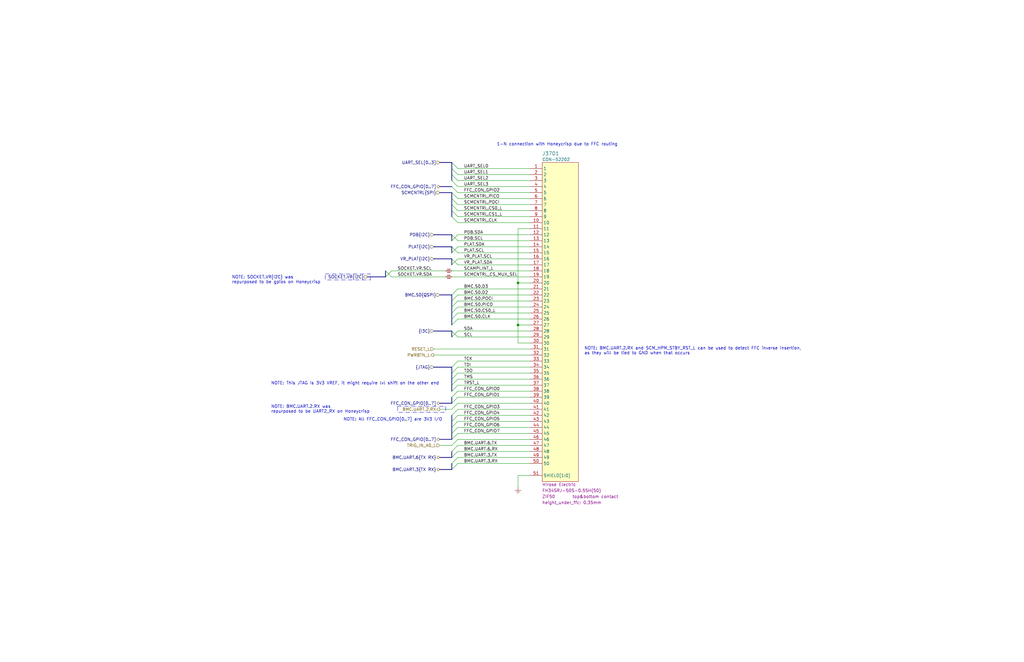
<source format=kicad_sch>
(kicad_sch (version 20231120) (generator "eeschema") (generator_version "8.0")
  (paper "B")
  (title_block (title "${PROJ}") (rev "${REV}") (company "${RPN}") (comment 1 "50P FFC Conn"))
  (lib_symbols
    (symbol "Connectors:CON-52202"
      (property "Reference" "J" (at 5.08 71.12 0))
      (property "Value" "CON-52202" (at 5.08 68.58 0))
      (property "mfr" "Hirose Electric" (at 5.08 -68.58 0))
      (property "mpn" "FH34SRJ-50S-0.5SH(50)" (at 5.08 -71.12 0))
      (property "pkg" "ZIF50" (at 5.08 -73.66 0))
      (property "contact_type" "top&bottom contact" (at 17.78 -73.66 0))
      (property "height_under_ffc" "0.35mm" (at 5.08 -76.2 0) (show_name))
      (symbol "CON-52202_1_1"
        (rectangle (start 5.08 67.31) (end 20.32 -67.31) (fill (type background)))
        (pin passive line (at 0 64.77 0) (length 5.08) (name "1") (number "1"))
        (pin passive line (at 0 41.91 0) (length 5.08) (name "10") (number "10"))
        (pin passive line (at 0 39.37 0) (length 5.08) (name "11") (number "11"))
        (pin passive line (at 0 36.83 0) (length 5.08) (name "12") (number "12"))
        (pin passive line (at 0 34.29 0) (length 5.08) (name "13") (number "13"))
        (pin passive line (at 0 31.75 0) (length 5.08) (name "14") (number "14"))
        (pin passive line (at 0 29.21 0) (length 5.08) (name "15") (number "15"))
        (pin passive line (at 0 26.67 0) (length 5.08) (name "16") (number "16"))
        (pin passive line (at 0 24.13 0) (length 5.08) (name "17") (number "17"))
        (pin passive line (at 0 21.59 0) (length 5.08) (name "18") (number "18"))
        (pin passive line (at 0 19.05 0) (length 5.08) (name "19") (number "19"))
        (pin passive line (at 0 62.23 0) (length 5.08) (name "2") (number "2"))
        (pin passive line (at 0 16.51 0) (length 5.08) (name "20") (number "20"))
        (pin passive line (at 0 13.97 0) (length 5.08) (name "21") (number "21"))
        (pin passive line (at 0 11.43 0) (length 5.08) (name "22") (number "22"))
        (pin passive line (at 0 8.89 0) (length 5.08) (name "23") (number "23"))
        (pin passive line (at 0 6.35 0) (length 5.08) (name "24") (number "24"))
        (pin passive line (at 0 3.81 0) (length 5.08) (name "25") (number "25"))
        (pin passive line (at 0 1.27 0) (length 5.08) (name "26") (number "26"))
        (pin passive line (at 0 -1.27 0) (length 5.08) (name "27") (number "27"))
        (pin passive line (at 0 -3.81 0) (length 5.08) (name "28") (number "28"))
        (pin passive line (at 0 -6.35 0) (length 5.08) (name "29") (number "29"))
        (pin passive line (at 0 59.69 0) (length 5.08) (name "3") (number "3"))
        (pin passive line (at 0 -8.89 0) (length 5.08) (name "30") (number "30"))
        (pin passive line (at 0 -11.43 0) (length 5.08) (name "31") (number "31"))
        (pin passive line (at 0 -13.97 0) (length 5.08) (name "32") (number "32"))
        (pin passive line (at 0 -16.51 0) (length 5.08) (name "33") (number "33"))
        (pin passive line (at 0 -19.05 0) (length 5.08) (name "34") (number "34"))
        (pin passive line (at 0 -21.59 0) (length 5.08) (name "35") (number "35"))
        (pin passive line (at 0 -24.13 0) (length 5.08) (name "36") (number "36"))
        (pin passive line (at 0 -26.67 0) (length 5.08) (name "37") (number "37"))
        (pin passive line (at 0 -29.21 0) (length 5.08) (name "38") (number "38"))
        (pin passive line (at 0 -31.75 0) (length 5.08) (name "39") (number "39"))
        (pin passive line (at 0 57.15 0) (length 5.08) (name "4") (number "4"))
        (pin passive line (at 0 -34.29 0) (length 5.08) (name "40") (number "40"))
        (pin passive line (at 0 -36.83 0) (length 5.08) (name "41") (number "41"))
        (pin passive line (at 0 -39.37 0) (length 5.08) (name "42") (number "42"))
        (pin passive line (at 0 -41.91 0) (length 5.08) (name "43") (number "43"))
        (pin passive line (at 0 -44.45 0) (length 5.08) (name "44") (number "44"))
        (pin passive line (at 0 -46.99 0) (length 5.08) (name "45") (number "45"))
        (pin passive line (at 0 -49.53 0) (length 5.08) (name "46") (number "46"))
        (pin passive line (at 0 -52.07 0) (length 5.08) (name "47") (number "47"))
        (pin passive line (at 0 -54.61 0) (length 5.08) (name "48") (number "48"))
        (pin passive line (at 0 -57.15 0) (length 5.08) (name "49") (number "49"))
        (pin passive line (at 0 54.61 0) (length 5.08) (name "5") (number "5"))
        (pin passive line (at 0 -59.69 0) (length 5.08) (name "50") (number "50"))
        (pin power_in line (at 0 -64.77 0) (length 5.08) (name "SHIELD[1:0]") (number "51"))
        (pin passive line (at 0 -64.77 0) (length 5.08) hide (name "SHIELD[1:0]") (number "52"))
        (pin passive line (at 0 52.07 0) (length 5.08) (name "6") (number "6"))
        (pin passive line (at 0 49.53 0) (length 5.08) (name "7") (number "7"))
        (pin passive line (at 0 46.99 0) (length 5.08) (name "8") (number "8"))
        (pin passive line (at 0 44.45 0) (length 5.08) (name "9") (number "9"))
      )
    )
    (symbol "Netlist:NET-10002" (pin_numbers hide) (pin_names (offset 0) hide) (in_bom no) (on_board no)
      (symbol "NET-10002_0_1"
        (polyline (pts (xy -1.27 0) (xy 1.27 0)) (stroke (width 0.254)))
        (polyline (pts (xy -0.635 -0.635) (xy 0.635 -0.635)) (stroke (width 0.254)))
        (polyline (pts (xy -0.635 0.635) (xy 0.635 0.635)) (stroke (width 0.254)))
      )
      (symbol "NET-10002_1_1"
        (pin passive line (at -1.27 0 0) (length 0) (name "1") (number "1"))
        (pin passive line (at 1.27 0 180) (length 0) (name "2") (number "2"))
      )
    )
    (symbol "Power:GND" (power) (pin_names (offset 0)) (in_bom no) (on_board no)
      (symbol "GND_0_1"
        (polyline (pts (xy -0.635 -1.905) (xy 0.635 -1.905)))
        (polyline (pts (xy -0.127 -2.54) (xy 0.127 -2.54)))
        (polyline (pts (xy 0 -1.27) (xy 0 0)))
        (polyline (pts (xy 1.27 -1.27) (xy -1.27 -1.27)))
      )
      (symbol "GND_1_1"
        (pin power_in line (at 0 0 270) (length 0) hide (name "GND") (number "1"))
      )
    )
  )
  (junction (at 218.44 119.38))
  (junction (at 218.44 137.16))
  (bus_entry (at 190.5 162.56) (size 2.54 -2.54))
  (bus_entry (at 190.5 101.6) (size 2.54 -2.54))
  (bus_entry (at 193.04 187.96) (size -2.54 2.54))
  (bus_entry (at 190.5 68.58) (size 2.54 2.54))
  (bus_entry (at 190.5 185.42) (size 2.54 -2.54))
  (bus_entry (at 193.04 91.44) (size -2.54 -2.54))
  (bus_entry (at 190.5 127) (size 2.54 -2.54))
  (bus_entry (at 193.04 195.58) (size -2.54 2.54))
  (bus_entry (at 190.5 170.18) (size 2.54 -2.54))
  (bus_entry (at 190.5 160.02) (size 2.54 -2.54))
  (bus_entry (at 162.56 114.3) (size 2.54 2.54))
  (bus_entry (at 193.04 139.7) (size -2.54 2.54))
  (bus_entry (at 190.5 175.26) (size 2.54 -2.54))
  (bus_entry (at 193.04 86.36) (size -2.54 -2.54))
  (bus_entry (at 190.5 167.64) (size 2.54 -2.54))
  (bus_entry (at 193.04 88.9) (size -2.54 -2.54))
  (bus_entry (at 190.5 157.48) (size 2.54 -2.54))
  (bus_entry (at 193.04 101.6) (size -2.54 -2.54))
  (bus_entry (at 190.5 78.74) (size 2.54 2.54))
  (bus_entry (at 193.04 93.98) (size -2.54 -2.54))
  (bus_entry (at 193.04 104.14) (size -2.54 2.54))
  (bus_entry (at 193.04 190.5) (size -2.54 2.54))
  (bus_entry (at 193.04 193.04) (size -2.54 2.54))
  (bus_entry (at 190.5 129.54) (size 2.54 -2.54))
  (bus_entry (at 190.5 177.8) (size 2.54 -2.54))
  (bus_entry (at 190.5 134.62) (size 2.54 -2.54))
  (bus_entry (at 190.5 137.16) (size 2.54 -2.54))
  (bus_entry (at 190.5 73.66) (size 2.54 2.54))
  (bus_entry (at 190.5 132.08) (size 2.54 -2.54))
  (bus_entry (at 190.5 165.1) (size 2.54 -2.54))
  (bus_entry (at 193.04 109.22) (size -2.54 2.54))
  (bus_entry (at 165.1 114.3) (size -2.54 2.54))
  (bus_entry (at 190.5 76.2) (size 2.54 2.54))
  (bus_entry (at 190.5 180.34) (size 2.54 -2.54))
  (bus_entry (at 190.5 71.12) (size 2.54 2.54))
  (bus_entry (at 190.5 109.22) (size 2.54 2.54))
  (bus_entry (at 190.5 124.46) (size 2.54 -2.54))
  (bus_entry (at 190.5 154.94) (size 2.54 -2.54))
  (bus_entry (at 190.5 104.14) (size 2.54 2.54))
  (bus_entry (at 190.5 139.7) (size 2.54 2.54))
  (bus_entry (at 193.04 83.82) (size -2.54 -2.54))
  (bus_entry (at 190.5 182.88) (size 2.54 -2.54))
  (wire (pts (xy 193.04 91.44) (xy 223.52 91.44)))
  (wire (pts (xy 193.04 127) (xy 223.52 127)))
  (bus (pts (xy 190.5 68.58) (xy 190.5 71.12)))
  (bus (pts (xy 190.5 142.24) (xy 190.5 139.7)))
  (wire (pts (xy 193.04 93.98) (xy 223.52 93.98)))
  (bus (pts (xy 190.5 106.68) (xy 190.5 104.14)))
  (wire (pts (xy 193.04 121.92) (xy 223.52 121.92)))
  (wire (pts (xy 218.44 200.66) (xy 218.44 205.74)))
  (wire (pts (xy 182.88 149.86) (xy 223.52 149.86)))
  (wire (pts (xy 218.44 137.16) (xy 218.44 144.78)))
  (bus (pts (xy 190.5 182.88) (xy 190.5 180.34)))
  (wire (pts (xy 193.04 195.58) (xy 223.52 195.58)))
  (wire (pts (xy 193.04 165.1) (xy 223.52 165.1)))
  (wire (pts (xy 193.04 180.34) (xy 223.52 180.34)))
  (wire (pts (xy 193.04 88.9) (xy 223.52 88.9)))
  (wire (pts (xy 193.04 111.76) (xy 223.52 111.76)))
  (wire (pts (xy 193.04 162.56) (xy 223.52 162.56)))
  (bus (pts (xy 190.5 104.14) (xy 182.88 104.14)))
  (wire (pts (xy 193.04 160.02) (xy 223.52 160.02)))
  (bus (pts (xy 190.5 157.48) (xy 190.5 154.94)))
  (bus (pts (xy 185.42 68.58) (xy 190.5 68.58)))
  (wire (pts (xy 193.04 76.2) (xy 223.52 76.2)))
  (wire (pts (xy 193.04 170.18) (xy 190.5 172.72)))
  (wire (pts (xy 193.04 81.28) (xy 223.52 81.28)))
  (bus (pts (xy 154.94 116.84) (xy 162.56 116.84)))
  (bus (pts (xy 190.5 170.18) (xy 190.5 167.64)))
  (wire (pts (xy 193.04 124.46) (xy 223.52 124.46)))
  (wire (pts (xy 193.04 154.94) (xy 223.52 154.94)))
  (wire (pts (xy 193.04 190.5) (xy 223.52 190.5)))
  (bus (pts (xy 190.5 129.54) (xy 190.5 127)))
  (wire (pts (xy 193.04 139.7) (xy 223.52 139.7)))
  (bus (pts (xy 190.5 83.82) (xy 190.5 86.36)))
  (wire (pts (xy 193.04 109.22) (xy 223.52 109.22)))
  (bus (pts (xy 185.42 81.28) (xy 190.5 81.28)))
  (bus (pts (xy 190.5 193.04) (xy 190.5 190.5)))
  (wire (pts (xy 193.04 185.42) (xy 223.52 185.42)))
  (wire (pts (xy 218.44 144.78) (xy 223.52 144.78)))
  (wire (pts (xy 193.04 106.68) (xy 223.52 106.68)))
  (wire (pts (xy 193.04 134.62) (xy 223.52 134.62)))
  (wire (pts (xy 193.04 182.88) (xy 223.52 182.88)))
  (wire (pts (xy 182.88 147.32) (xy 223.52 147.32)))
  (wire (pts (xy 193.04 187.96) (xy 223.52 187.96)))
  (wire (pts (xy 190.5 114.3) (xy 223.52 114.3)))
  (bus (pts (xy 190.5 73.66) (xy 190.5 76.2)))
  (wire (pts (xy 193.04 172.72) (xy 223.52 172.72)))
  (bus (pts (xy 185.42 193.04) (xy 190.5 193.04)))
  (bus (pts (xy 190.5 134.62) (xy 190.5 132.08)))
  (bus (pts (xy 182.88 99.06) (xy 190.5 99.06)))
  (wire (pts (xy 218.44 119.38) (xy 223.52 119.38)))
  (wire (pts (xy 193.04 99.06) (xy 223.52 99.06)))
  (wire (pts (xy 193.04 157.48) (xy 223.52 157.48)))
  (wire (pts (xy 190.5 116.84) (xy 223.52 116.84)))
  (bus (pts (xy 190.5 91.44) (xy 190.5 88.9)))
  (wire (pts (xy 165.1 116.84) (xy 187.96 116.84)))
  (wire (pts (xy 165.1 114.3) (xy 187.96 114.3)))
  (bus (pts (xy 190.5 111.76) (xy 190.5 109.22)))
  (wire (pts (xy 193.04 86.36) (xy 223.52 86.36)))
  (wire (pts (xy 193.04 167.64) (xy 223.52 167.64)))
  (wire (pts (xy 193.04 83.82) (xy 223.52 83.82)))
  (wire (pts (xy 185.42 172.72) (xy 190.5 172.72)))
  (bus (pts (xy 190.5 137.16) (xy 190.5 134.62)))
  (wire (pts (xy 185.42 187.96) (xy 190.5 187.96)))
  (wire (pts (xy 193.04 177.8) (xy 223.52 177.8)))
  (bus (pts (xy 190.5 132.08) (xy 190.5 129.54)))
  (wire (pts (xy 218.44 200.66) (xy 223.52 200.66)))
  (wire (pts (xy 193.04 175.26) (xy 223.52 175.26)))
  (bus (pts (xy 182.88 154.94) (xy 190.5 154.94)))
  (bus (pts (xy 190.5 160.02) (xy 190.5 157.48)))
  (wire (pts (xy 193.04 193.04) (xy 223.52 193.04)))
  (bus (pts (xy 185.42 124.46) (xy 190.5 124.46)))
  (wire (pts (xy 193.04 170.18) (xy 223.52 170.18)))
  (wire (pts (xy 193.04 71.12) (xy 223.52 71.12)))
  (wire (pts (xy 193.04 73.66) (xy 223.52 73.66)))
  (wire (pts (xy 193.04 152.4) (xy 223.52 152.4)))
  (bus (pts (xy 190.5 198.12) (xy 190.5 195.58)))
  (wire (pts (xy 193.04 132.08) (xy 223.52 132.08)))
  (wire (pts (xy 193.04 129.54) (xy 223.52 129.54)))
  (bus (pts (xy 185.42 170.18) (xy 190.5 170.18)))
  (bus (pts (xy 190.5 101.6) (xy 190.5 99.06)))
  (wire (pts (xy 193.04 142.24) (xy 223.52 142.24)))
  (bus (pts (xy 190.5 165.1) (xy 190.5 162.56)))
  (bus (pts (xy 185.42 78.74) (xy 190.5 78.74)))
  (wire (pts (xy 218.44 119.38) (xy 218.44 137.16)))
  (bus (pts (xy 185.42 198.12) (xy 190.5 198.12)))
  (bus (pts (xy 190.5 71.12) (xy 190.5 73.66)))
  (wire (pts (xy 193.04 101.6) (xy 223.52 101.6)))
  (bus (pts (xy 190.5 81.28) (xy 190.5 83.82)))
  (wire (pts (xy 218.44 96.52) (xy 223.52 96.52)))
  (wire (pts (xy 218.44 137.16) (xy 223.52 137.16)))
  (wire (pts (xy 190.5 187.96) (xy 193.04 185.42)))
  (wire (pts (xy 218.44 96.52) (xy 218.44 119.38)))
  (bus (pts (xy 190.5 88.9) (xy 190.5 86.36)))
  (bus (pts (xy 185.42 185.42) (xy 190.5 185.42)))
  (bus (pts (xy 190.5 162.56) (xy 190.5 160.02)))
  (bus (pts (xy 190.5 139.7) (xy 182.88 139.7)))
  (bus (pts (xy 190.5 180.34) (xy 190.5 177.8)))
  (wire (pts (xy 193.04 104.14) (xy 223.52 104.14)))
  (bus (pts (xy 190.5 127) (xy 190.5 124.46)))
  (wire (pts (xy 193.04 78.74) (xy 223.52 78.74)))
  (bus (pts (xy 190.5 177.8) (xy 190.5 175.26)))
  (bus (pts (xy 190.5 109.22) (xy 182.88 109.22)))
  (bus (pts (xy 190.5 185.42) (xy 190.5 182.88)))
  (bus (pts (xy 162.56 116.84) (xy 162.56 114.3)))
  (rectangle (start 137.16 115.57) (end 156.21 118.11) (stroke (width 0) (type dash_dot)))
  (rectangle (start 167.64 171.45) (end 187.96 173.99) (stroke (width 0) (type dash_dot)))
  (text "NOTE: BMC.UART.2.RX and SCM_HPM_STBY_RST_L can be used to detect FFC inverse insertion,\nas they will be tied to GND when that occurs" (at 246.38 149.86 0) (effects (font (size 1.27 1.27)) (justify left bottom)))
  (text "1-N connection with Honeycrisp due to FFC routing" (at 234.95 60.96 0) (effects (font (size 1.27 1.27))))
  (text "NOTE: BMC.UART.2.RX was \nrepurposed to be UART2_RX on Honeycrisp" (at 114.3 172.72 0) (effects (font (size 1.27 1.27)) (justify left)))
  (text "NOTE: All FFC_CON_GPIO[0..7] are 3V3 I/O" (at 144.78 177.8 0) (effects (font (size 1.27 1.27)) (justify left bottom)))
  (text "NOTE: SOCKET.VR{I2C} was \nrepurposed to be gpios on Honeycrisp" (at 97.79 118.11 0) (effects (font (size 1.27 1.27)) (justify left)))
  (text "NOTE: This JTAG is 3V3 VREF, it might require lvl shift on the other end" (at 114.3 162.56 0) (effects (font (size 1.27 1.27)) (justify left bottom)))
  (label "BMC.S0.CLK" (at 195.58 134.62 0))
  (label "SOCKET.VR.SCL" (at 167.64 114.3 0))
  (label "VR_PLAT.SDA" (at 195.58 111.76 0))
  (label "PDB.SDA" (at 195.58 99.06 0))
  (label "SCMCNTRL.CS1_L" (at 195.58 91.44 0))
  (label "PLAT.SDA" (at 195.58 104.14 0))
  (label "SOCKET.VR.SDA" (at 167.64 116.84 0))
  (label "SCMCNTRL.CS0_L" (at 195.58 88.9 0))
  (label "FFC_CON_GPIO3" (at 195.58 172.72 0))
  (label "SCL" (at 195.58 142.24 0))
  (label "FFC_CON_GPIO6" (at 195.58 180.34 0))
  (label "FFC_CON_GPIO1" (at 195.58 167.64 0))
  (label "VR_PLAT.SCL" (at 195.58 109.22 0))
  (label "SCMCNTRL.CLK" (at 195.58 93.98 0))
  (label "SCMCNTRL.PICO" (at 195.58 83.82 0))
  (label "BMC.S0.CS0_L" (at 195.58 132.08 0))
  (label "BMC.UART.6.TX" (at 195.58 187.96 0))
  (label "TDI" (at 195.58 154.94 0))
  (label "TCK" (at 195.58 152.4 0))
  (label "SDA" (at 195.58 139.7 0))
  (label "BMC.UART.3.RX" (at 195.58 195.58 0))
  (label "BMC.S0.D2" (at 195.58 124.46 0))
  (label "SCAMPI.INT_L" (at 195.58 114.3 0))
  (label "PDB.SCL" (at 195.58 101.6 0))
  (label "BMC.S0.D3" (at 195.58 121.92 0))
  (label "BMC.S0.POCI" (at 195.58 127 0))
  (label "FFC_CON_GPIO0" (at 195.58 165.1 0))
  (label "FFC_CON_GPIO5" (at 195.58 177.8 0))
  (label "SCMCNTRL_CS_MUX_SEL" (at 195.58 116.84 0))
  (label "SCMCNTRL.POCI" (at 195.58 86.36 0))
  (label "UART_SEL1" (at 195.58 73.66 0))
  (label "FFC_CON_GPIO2" (at 195.58 81.28 0))
  (label "UART_SEL3" (at 195.58 78.74 0))
  (label "BMC.UART.6.RX" (at 195.58 190.5 0))
  (label "TMS" (at 195.58 160.02 0))
  (label "FFC_CON_GPIO4" (at 195.58 175.26 0))
  (label "UART_SEL2" (at 195.58 76.2 0))
  (label "UART_SEL0" (at 195.58 71.12 0))
  (label "BMC.S0.PICO" (at 195.58 129.54 0))
  (label "TRST_L" (at 195.58 162.56 0))
  (label "BMC.UART.3.TX" (at 195.58 193.04 0))
  (label "TDO" (at 195.58 157.48 0))
  (label "PLAT.SCL" (at 195.58 106.68 0))
  (label "FFC_CON_GPIO7" (at 195.58 182.88 0))
  (hierarchical_label "PWRBTN_L" (shape output) (at 182.88 149.86 180))
  (hierarchical_label "{JTAG}" (shape input) (at 182.88 154.94 180))
  (hierarchical_label "FFC_CON_GPIO[0..7]" (shape bidirectional) (at 185.42 78.74 180))
  (hierarchical_label "FFC_CON_GPIO[0..7]" (shape bidirectional) (at 185.42 170.18 180))
  (hierarchical_label "BMC.UART.3{TX RX}" (shape bidirectional) (at 185.42 198.12 180))
  (hierarchical_label "SOCKET.VR{I2C}" (shape input) (at 154.94 116.84 180))
  (hierarchical_label "VR_PLAT{I2C}" (shape input) (at 182.88 109.22 180))
  (hierarchical_label "PDB{I2C}" (shape input) (at 182.88 99.06 180))
  (hierarchical_label "BMC.UART.6{TX RX}" (shape bidirectional) (at 185.42 193.04 180))
  (hierarchical_label "FFC_CON_GPIO[0..7]" (shape bidirectional) (at 185.42 185.42 180))
  (hierarchical_label "TRIG_IN_A0_L" (shape input) (at 185.42 187.96 180))
  (hierarchical_label "{I3C}" (shape input) (at 182.88 139.7 180))
  (hierarchical_label "BMC.UART.2.RX" (shape output) (at 185.42 172.72 180))
  (hierarchical_label "RESET_L" (shape input) (at 182.88 147.32 180))
  (hierarchical_label "UART_SEL[0..3]" (shape input) (at 185.42 68.58 180))
  (hierarchical_label "PLAT{I2C}" (shape input) (at 182.88 104.14 180))
  (hierarchical_label "SCMCNTRL{SPI}" (shape input) (at 185.42 81.28 180))
  (hierarchical_label "BMC.S0{QSPI}" (shape input) (at 185.42 124.46 180))
  (symbol (lib_id "Power:GND") (at 218.44 205.74 0) (unit 1) (in_bom no) (on_board no)
    (property "Reference" "#PWR03701" (effects (hide yes)))
    (property "Value" "GND" (effects (hide yes)))
    (property "Description" "Power symbol creates a global label with name \"GND\"" (effects (hide yes)))
  )
  (symbol (lib_id "Netlist:NET-10002") (at 189.23 116.84 0) (unit 1) (in_bom no) (on_board no)
    (property "Reference" "NT3702" (effects (hide yes)))
    (property "Value" "NET-10002" (effects (hide yes)))
    (property "Description" "Net tie, merges nets" (effects (hide yes)))
    (property "name" "SOCKET.VR.SDA" (effects (hide yes)))
  )
  (symbol (lib_id "Connectors:CON-52202") (at 223.52 135.89 0) (unit 1)
    (property "Reference" "J3701" (at 228.6 64.77 0) (effects (font (size 1.524 1.524)) (justify left)))
    (property "Value" "CON-52202" (at 228.6 67.31 0) (effects (justify left)))
    (property "Datasheet" "https://www.hirose.com/en/product/document?documentid=0001483059" (effects (hide yes)))
    (property "Description" "CON, FPC/FFC, top&bottom contact, 50POS, 0.5mm pitch, R/A" (effects (hide yes)))
    (property "mfr" "Hirose Electric" (at 228.6 204.47 0) (effects (justify left)))
    (property "mpn" "FH34SRJ-50S-0.5SH(50)" (at 228.6 207.01 0) (effects (justify left)))
    (property "pkg" "ZIF50" (at 228.6 209.55 0) (effects (justify left)))
    (property "height" "1.75mm" (effects (hide yes)))
    (property "Datasheet2" "https://www.hirose.com/product/p/CL0580-1266-2-50" (effects (hide yes)))
    (property "contact_type" "top&bottom contact" (at 241.3 209.55 0) (effects (justify left)))
    (property "height_under_ffc" "0.35mm" (at 228.6 212.09 0) (show_name yes) (effects (justify left)))
  )
  (symbol (lib_id "Netlist:NET-10002") (at 189.23 114.3 0) (unit 1) (in_bom no) (on_board no)
    (property "Reference" "NT3701" (effects (hide yes)))
    (property "Value" "NET-10002" (effects (hide yes)))
    (property "Description" "Net tie, merges nets" (effects (hide yes)))
    (property "name" "SOCKET.VR.SCL" (effects (hide yes)))
  )
)
</source>
